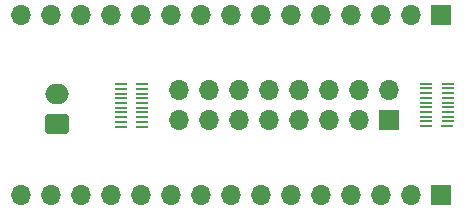
<source format=gbr>
%TF.GenerationSoftware,KiCad,Pcbnew,7.0.8*%
%TF.CreationDate,2023-10-11T21:33:04+02:00*%
%TF.ProjectId,LvL_shifter_shield,4c764c5f-7368-4696-9674-65725f736869,rev?*%
%TF.SameCoordinates,Original*%
%TF.FileFunction,Soldermask,Top*%
%TF.FilePolarity,Negative*%
%FSLAX46Y46*%
G04 Gerber Fmt 4.6, Leading zero omitted, Abs format (unit mm)*
G04 Created by KiCad (PCBNEW 7.0.8) date 2023-10-11 21:33:04*
%MOMM*%
%LPD*%
G01*
G04 APERTURE LIST*
G04 Aperture macros list*
%AMRoundRect*
0 Rectangle with rounded corners*
0 $1 Rounding radius*
0 $2 $3 $4 $5 $6 $7 $8 $9 X,Y pos of 4 corners*
0 Add a 4 corners polygon primitive as box body*
4,1,4,$2,$3,$4,$5,$6,$7,$8,$9,$2,$3,0*
0 Add four circle primitives for the rounded corners*
1,1,$1+$1,$2,$3*
1,1,$1+$1,$4,$5*
1,1,$1+$1,$6,$7*
1,1,$1+$1,$8,$9*
0 Add four rect primitives between the rounded corners*
20,1,$1+$1,$2,$3,$4,$5,0*
20,1,$1+$1,$4,$5,$6,$7,0*
20,1,$1+$1,$6,$7,$8,$9,0*
20,1,$1+$1,$8,$9,$2,$3,0*%
G04 Aperture macros list end*
%ADD10R,1.100000X0.200000*%
%ADD11R,1.000000X0.200000*%
%ADD12RoundRect,0.250000X0.750000X-0.600000X0.750000X0.600000X-0.750000X0.600000X-0.750000X-0.600000X0*%
%ADD13O,2.000000X1.700000*%
%ADD14R,1.700000X1.700000*%
%ADD15O,1.700000X1.700000*%
G04 APERTURE END LIST*
D10*
%TO.C,U1*%
X142085000Y-87525000D03*
D11*
X142135000Y-87125000D03*
X142135000Y-86725000D03*
X142135000Y-86325000D03*
X142135000Y-85925000D03*
X142135000Y-85525000D03*
X142135000Y-85125000D03*
X142135000Y-84725000D03*
X142135000Y-84325000D03*
X142135000Y-83925000D03*
X140335000Y-83925000D03*
X140335000Y-84325000D03*
X140335000Y-84725000D03*
X140335000Y-85125000D03*
X140335000Y-85525000D03*
X140335000Y-85925000D03*
X140335000Y-86325000D03*
X140335000Y-86725000D03*
X140335000Y-87125000D03*
X140335000Y-87525000D03*
%TD*%
D12*
%TO.C,J4*%
X109067600Y-87325200D03*
D13*
X109067600Y-84825200D03*
%TD*%
D14*
%TO.C,J1*%
X137160000Y-86995000D03*
D15*
X137160000Y-84455000D03*
X134620000Y-86995000D03*
X134620000Y-84455000D03*
X132080000Y-86995000D03*
X132080000Y-84455000D03*
X129540000Y-86995000D03*
X129540000Y-84455000D03*
X127000000Y-86995000D03*
X127000000Y-84455000D03*
X124460000Y-86995000D03*
X124460000Y-84455000D03*
X121920000Y-86995000D03*
X121920000Y-84455000D03*
X119380000Y-86995000D03*
X119380000Y-84455000D03*
%TD*%
D10*
%TO.C,U2*%
X114505000Y-83960000D03*
D11*
X114455000Y-84360000D03*
X114455000Y-84760000D03*
X114455000Y-85160000D03*
X114455000Y-85560000D03*
X114455000Y-85960000D03*
X114455000Y-86360000D03*
X114455000Y-86760000D03*
X114455000Y-87160000D03*
X114455000Y-87560000D03*
X116255000Y-87560000D03*
X116255000Y-87160000D03*
X116255000Y-86760000D03*
X116255000Y-86360000D03*
X116255000Y-85960000D03*
X116255000Y-85560000D03*
X116255000Y-85160000D03*
X116255000Y-84760000D03*
X116255000Y-84360000D03*
X116255000Y-83960000D03*
%TD*%
D14*
%TO.C,J3*%
X141605000Y-93345000D03*
D15*
X139065000Y-93345000D03*
X136525000Y-93345000D03*
X133985000Y-93345000D03*
X131445000Y-93345000D03*
X128905000Y-93345000D03*
X126365000Y-93345000D03*
X123825000Y-93345000D03*
X121285000Y-93345000D03*
X118745000Y-93345000D03*
X116205000Y-93345000D03*
X113665000Y-93345000D03*
X111125000Y-93345000D03*
X108585000Y-93345000D03*
X106045000Y-93345000D03*
%TD*%
D14*
%TO.C,J2*%
X141575000Y-78105000D03*
D15*
X139035000Y-78105000D03*
X136495000Y-78105000D03*
X133955000Y-78105000D03*
X131415000Y-78105000D03*
X128875000Y-78105000D03*
X126335000Y-78105000D03*
X123795000Y-78105000D03*
X121255000Y-78105000D03*
X118715000Y-78105000D03*
X116175000Y-78105000D03*
X113635000Y-78105000D03*
X111095000Y-78105000D03*
X108555000Y-78105000D03*
X106015000Y-78105000D03*
%TD*%
M02*

</source>
